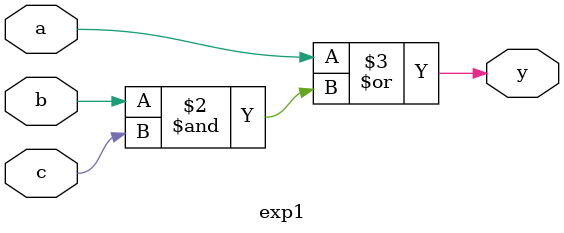
<source format=v>
module exp1 (
    a,b,c,y
);
    input a,b,c;
    output reg y;

    always @(a,b,c) begin
        y = (a | (b & c));
    end
endmodule
</source>
